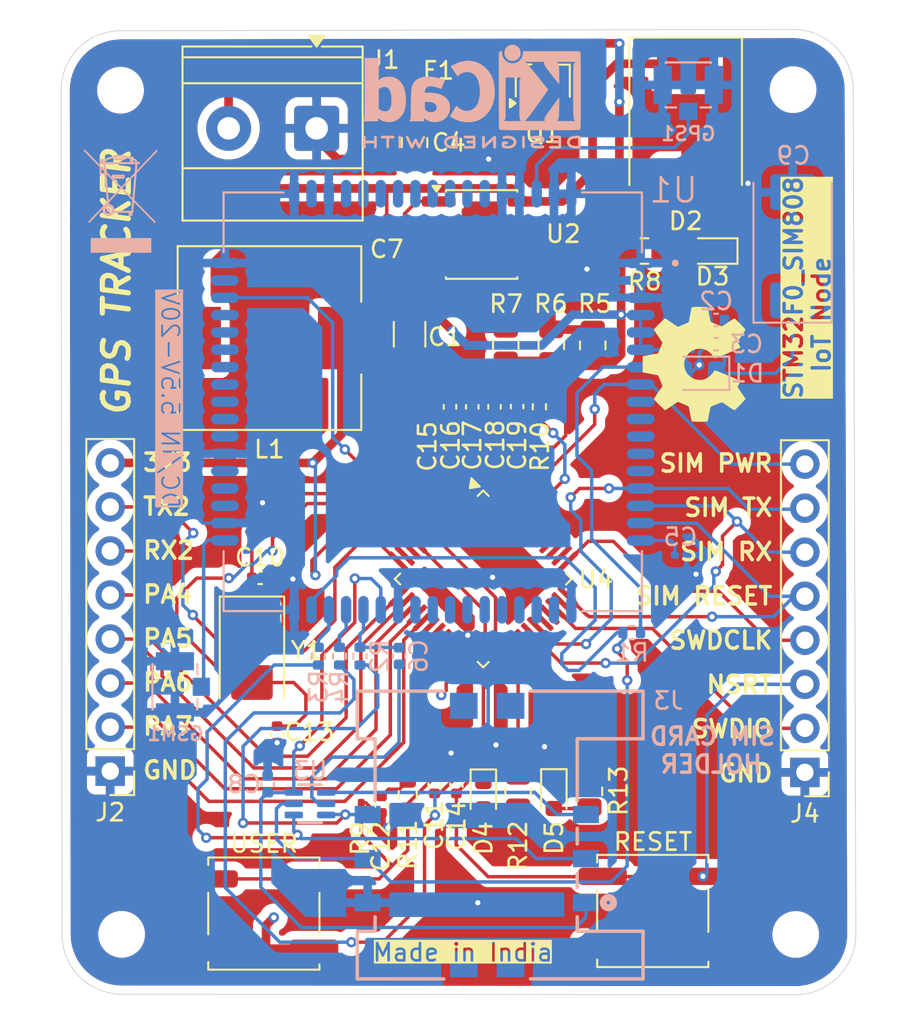
<source format=kicad_pcb>
(kicad_pcb (version 20241229) (generator "pcbnew") (generator_version "9.0")
  (layers (0 "F.Cu" signal) (4 "In1.Cu" signal) (6 "In2.Cu" signal) (2 "B.Cu" signal) (13 "F.Paste" user) (15 "B.Paste" user) (5 "F.SilkS" user "F.Silkscreen") (7 "B.SilkS" user "B.Silkscreen") (1 "F.Mask" user) (3 "B.Mask" user) (25 "Edge.Cuts" user))
  (net 0 "")
  (net 1 "GND")
  (net 2 "GSM_ANT")
  (net 3 "GPS_ANT")
  (net 4 "+3.3V")
  (net 5 "Net-(U2-BOOT)")
  (net 6 "Net-(C6-Pad2)")
  (net 7 "Net-(Q1-D)")
  (net 8 "NSRT")
  (net 9 "Net-(U4-PF0)")
  (net 10 "Net-(U4-PF1)")
  (net 11 "Net-(U1-VRTC)")
  (net 12 "SIM_VDD")
  (net 13 "Net-(D2-K)")
  (net 14 "Net-(U4-PB11)")
  (net 15 "Net-(C11-Pad1)")
  (net 16 "SIM_DATA")
  (net 17 "Net-(D3-A)")
  (net 18 "Net-(D4-A)")
  (net 19 "Net-(D5-A)")
  (net 20 "+12V")
  (net 22 "Net-(J3-I{slash}O)")
  (net 24 "Net-(J3-RET)")
  (net 27 "SIM_DET")
  (net 28 "Net-(J3-CLK)")
  (net 29 "PA6{slash}SPI1_MISO")
  (net 30 "PA5{slash}SPI1_CLK")
  (net 31 "PA4")
  (net 32 "USART2_RX")
  (net 33 "PA7{slash}SPI1_MOSI")
  (net 34 "USART2_TX")
  (net 35 "SIM_CLK")
  (net 36 "SIM_RX")
  (net 37 "SIM_TX")
  (net 38 "SWDIO")
  (net 39 "SIM_RESET")
  (net 40 "SIM_PWRKEY")
  (net 41 "Net-(Q1-S)")
  (net 42 "FEEDBACK")
  (net 43 "Net-(R6-Pad1)")
  (net 44 "Net-(U4-BOOT0)")
  (net 45 "Net-(U1-VDD_EXT)")
  (net 46 "LED1")
  (net 47 "LED2")
  (net 48 "SIM_RST")
  (net 65 "STATUS")
  (net 94 "SWDCLK")
  (footprint "Capacitor_SMD:C_0402_1005Metric" (layer "F.Cu") (at 78.740812 56.821217 90)
    (property "Reference" "C18")
    (property "Value" "100n")
  )
  (footprint "Capacitor_SMD:C_0402_1005Metric" (layer "F.Cu") (at 77.456244 56.821217 90)
    (property "Reference" "C17")
    (property "Value" "100n")
  )
  (footprint "Capacitor_SMD:C_0402_1005Metric" (layer "F.Cu") (at 66.189673 75.714968 -90)
    (property "Reference" "C13")
    (property "Value" "30p")
  )
  (footprint "Resistor_SMD:R_0805_2012Metric" (layer "F.Cu") (at 84.221766 78.999438 90)
    (property "Reference" "R13")
    (property "Value" "1k5")
  )
  (footprint "Resistor_SMD:R_0201_0603Metric" (layer "F.Cu") (at 71.049107 79.983757 -90)
    (property "Reference" "R9")
    (property "Value" "100k")
  )
  (footprint "Button_Switch_SMD:SW_Push_1P1T_NO_CK_KSC6xxJ" (layer "F.Cu") (at 65.425 86.05)
    (property "Reference" "USER")
    (property "Value" "SW_Push")
  )
  (footprint "Connector_PinHeader_2.54mm:PinHeader_1x08_P2.54mm_Vertical" (layer "F.Cu") (at 96.656505 77.90359 180)
    (property "Reference" "J4")
    (property "Value" "Right header pins")
  )
  (footprint "Capacitor_SMD:C_1206_3216Metric" (layer "F.Cu") (at 73.836204 52.632017 -90)
    (property "Reference" "C1")
    (property "Value" "100u")
  )
  (footprint "Capacitor_SMD:C_0402_1005Metric" (layer "F.Cu") (at 80.047153 56.799444 90)
    (property "Reference" "C19")
    (property "Value" "100n")
  )
  (footprint "Capacitor_SMD:C_0402_1005Metric" (layer "F.Cu") (at 76.171675 56.821217 90)
    (property "Reference" "C16")
    (property "Value" "100n")
  )
  (footprint "Resistor_SMD:R_0805_2012Metric" (layer "F.Cu") (at 87.395768 47.830082 180)
    (property "Reference" "R8")
    (property "Value" "1k5")
  )
  (footprint "Custom:SOIC-8-1EP_3.9x4.9mm_P1.27mm_EP2.29x3mm" (layer "F.Cu") (at 77.995032 46.875104)
    (property "Reference" "U2")
    (property "Value" "TPS5430DDA")
  )
  (footprint "Crystal:Crystal_SMD_5032-2Pin_5.0x3.2mm" (layer "F.Cu") (at 64.73838 70.871478 -90)
    (property "Reference" "Y1")
    (property "Value" "8MHz")
  )
  (footprint "Package_TO_SOT_SMD:TSOT-23" (layer "F.Cu") (at 81.507146 38.026031 90)
    (property "Reference" "Q1")
    (property "Value" "AO3407A")
  )
  (footprint "Resistor_SMD:R_0603_1608Metric" (layer "F.Cu") (at 73.730948 79.216542 90)
    (property "Reference" "R11")
    (property "Value" "1k")
  )
  (footprint "Fuse:Fuse_0402_1005Metric" (layer "F.Cu") (at 74.148683 37.419789 -90)
    (property "Reference" "F1")
    (property "Value" "Fuse 2.5A")
  )
  (footprint "LED_SMD:LED_0603_1608Metric" (layer "F.Cu") (at 82.165633 79.203435 -90)
    (property "Reference" "D5")
    (property "Value" "LED")
  )
  (footprint "Inductor_SMD:L_10.4x10.4_H4.8" (layer "F.Cu") (at 65.749646 52.851031)
    (property "Reference" "L1")
    (property "Value" "15uH")
  )
  (footprint "TerminalBlock_Phoenix:TerminalBlock_Phoenix_MKDS-1,5-2-5.08_1x02_P5.08mm_Horizontal" (layer "F.Cu") (at 68.469646 40.753531 180)
    (property "Reference" "J1")
    (property "Value" "Screw_Terminal_01x02")
  )
  (footprint "Resistor_SMD:R_0402_1005Metric" (layer "F.Cu") (at 81.330448 56.817282 -90)
    (property "Reference" "R10")
    (property "Value" "10k")
  )
  (footprint "Resistor_SMD:R_0805_2012Metric" (layer "F.Cu") (at 84.410042 53.272003 90)
    (property "Reference" "R5")
    (property "Value" "8k2")
  )
  (footprint "Package_QFP:LQFP-48_7x7mm_P0.5mm" (layer "F.Cu") (at 78.086209 66.747051 -45)
    (property "Reference" "U4")
    (property "Value" "STM32F030C8Tx")
  )
  (footprint "Resistor_SMD:R_0805_2012Metric" (layer "F.Cu") (at 79.390546 53.228407 -90)
    (property "Reference" "R7")
    (property "Value" "2k7")
  )
  (footprint "Capacitor_SMD:C_0402_1005Metric" (layer "F.Cu") (at 76.53881 78.637876 -90)
    (property "Reference" "C14")
    (property "Value" "100n")
  )
  (footprint "Capacitor_SMD:C_0201_0603Metric" (layer "F.Cu") (at 74.996835 56.646991 90)
    (property "Reference" "C15")
    (property "Value" "4u7")
  )
  (footprint "Capacitor_SMD:C_0402_1005Metric" (layer "F.Cu") (at 72.213242 79.767006 -90)
    (property "Reference" "C12")
    (property "Value" "100n")
  )
  (footprint "Capacitor_SMD:C_0805_2012Metric" (layer "F.Cu") (at 74.124646 41.576031 -90)
    (property "Reference" "C4")
    (property "Value" "10u")
  )
  (footprint "LED_SMD:LED_0603_1608Metric" (layer "F.Cu") (at 91.282053 47.830082 180)
    (property "Reference" "D3")
    (property "Value" "LED")
  )
  (footprint "Resistor_SMD:R_0805_2012Metric" (layer "F.Cu") (at 82.019994 53.260104 90)
    (property "Reference" "R6")
    (property "Value" "1k5")
  )
  (footprint "Button_Switch_SMD:SW_Push_1P1T_NO_CK_KSC6xxJ" (layer "F.Cu") (at 87.875601 85.901187)
    (property "Reference" "RESET")
    (property "Value" "SW_Push")
  )
  (footprint "Resistor_SMD:R_0805_2012Metric" (layer "F.Cu") (at 80.100543 79.011179 90)
    (property "Reference" "R12")
    (property "Value" "1k5")
  )
  (footprint "Capacitor_SMD:C_0402_1005Metric" (layer "F.Cu") (at 75.277766 78.639795 -90)
    (property "Reference" "C11")
    (property "Value" "10p")
  )
  (footprint "MountingHole:MountingHole_2.2mm_M2" (layer "F.Cu") (at 57.151853 38.555947)
    (property "Reference" "H1" (hide yes))
    (property "Value" "MountingHole")
  )
  (footprint "Capacitor_SMD:C_0201_0603Metric" (layer "F.Cu") (at 72.521258 46.248959 -90)
    (property "Reference" "C7")
    (property "Value" "10n")
  )
  (footprint "Symbol:OSHW-Symbol_6.7x6mm_SilkScreen" (layer "F.Cu") (at 90.275 54.375 90)
    (property "Reference" "REF**" (hide yes))
    (property "Value" "OSHW-Symbol_6.7x6mm_SilkScreen" (hide yes))
  )
  (footprint "Diode_SMD:D_SMC" (layer "F.Cu") (at 89.774646 40.426031 -90)
    (property "Reference" "D2")
    (property "Value" "B340")
  )
  (footprint "MountingHole:MountingHole_2.2mm_M2" (layer "F.Cu") (at 95.977359 38.523319)
    (property "Reference" "H4" (hide yes))
    (property "Value" "MountingHole")
  )
  (footprint "MountingHole:MountingHole_2.2mm_M2" (layer "F.Cu") (at 57.217677 87.246116)
    (property "Reference" "H2" (hide yes))
    (property "Value" "MountingHole")
  )
  (footprint "Connector_PinHeader_2.54mm:PinHeader_1x08_P2.54mm_Vertical" (layer "F.Cu") (at 56.556455 77.833363 180)
    (property "Reference" "J2")
    (property "Value" "Left header pins")
  )
  (footprint "MountingHole:MountingHole_2.2mm_M2" (layer "F.Cu") (at 96.128598 87.25497)
    (property "Reference" "H3" (hide yes))
    (property "Value" "MountingHole")
  )
  (footprint "Capacitor_SMD:C_0402_1005Metric" (layer "F.Cu") (at 65.212112 66.681125)
    (property "Reference" "C10")
    (property "Value" "30p")
  )
  (footprint "LED_SMD:LED_0603_1608Metric" (layer "F.Cu") (at 78.095243 79.220794 -90)
    (property "Reference" "D4")
    (property "Value" "LED")
  )
  (footprint "Symbol:WEEE-Logo_4.2x6mm_SilkScreen" (layer "B.Cu") (at 57.161299 44.938789 180)
    (property "Reference" "REF**" (hide yes))
    (property "Value" "WEEE-Logo_4.2x6mm_SilkScreen" (hide yes))
  )
  (footprint "Symbol:KiCad-Logo2_5mm_SilkScreen" (layer "B.Cu") (at 77.437055 38.914196 180)
    (property "Reference" "REF**" (hide yes))
    (property "Value" "KiCad-Logo2_5mm_SilkScreen" (hide yes))
  )
  (footprint "Resistor_SMD:R_0402_1005Metric" (layer "B.Cu") (at 70.973208 71.201753 -90)
    (property "Reference" "R2")
    (property "Value" "10k")
  )
  (footprint "Custom:U.FL-R-SMT-1" (layer "B.Cu") (at 89.925 38.25 180)
    (property "Reference" "GPS1")
    (property "Value" "U.FL-R-SMT-1")
  )
  (footprint "Resistor_SMD:R_0402_1005Metric" (layer "B.Cu") (at 69.789902 71.199999 -90)
    (property "Reference" "R4")
    (property "Value" "10k")
  )
  (footprint "Resistor_SMD:R_0402_1005Metric" (layer "B.Cu") (at 68.570629 71.199999 -90)
    (property "Reference" "R3")
    (property "Value" "10k")
  )
  (footprint "Capacitor_Tantalum_SMD:CP_EIA-7343-15_Kemet-W" (layer "B.Cu") (at 95.95 47.55 90)
    (property "Reference" "C9")
    (property "Value" "220u")
  )
  (footprint "Capacitor_SMD:C_0402_1005Metric" (layer "B.Cu") (at 91.53708 51.80856 180)
    (property "Reference" "C2")
    (property "Value" "33p")
  )
  (footprint "Custom:U.FL-R-SMT-1" (layer "B.Cu") (at 60.291219 72.967155 -90)
    (property "Reference" "GSM1")
    (property "Value" "U.FL-R-SMT-1")
  )
  (footprint "Capacitor_SMD:C_0402_1005Metric" (layer "B.Cu") (at 91.539267 53.201232 180)
    (property "Reference" "C3")
    (property "Value" "10p")
  )
  (footprint "Capacitor_SMD:C_0402_1005Metric" (layer "B.Cu") (at 65.644534 78.593119 -90)
    (property "Reference" "C8")
    (property "Value" "1u")
  )
  (footprint "Capacitor_SMD:C_0201_0603Metric" (layer "B.Cu") (at 89.475 65.375 180)
    (property "Reference" "C5")
    (property "Value" "4u7")
  )
  (footprint "Custom:XCVR_SIM808" (layer "B.Cu") (at 75.174646 56.526031 180)
    (property "Reference" "U1")
    (property "Value" "SIM808")
  )
  (footprint "Custom:693010020611" (layer "B.Cu") (at 79.065927 81.518247 90)
    (property "Reference" "J3")
    (property "Value" "693010020611")
    (property "VALUE" "693010020611" (hide yes))
  )
  (footprint "Capacitor_SMD:C_0402_1005Metric" (layer "B.Cu") (at 73.229426 71.193642 -90)
    (property "Reference" "C6")
    (property "Value" "22p")
  )
  (footprint "Diode_SMD:D_0805_2012Metric" (layer "B.Cu") (at 90.610322 54.883875 180)
    (property "Reference" "D1")
    (property "Value" "D_Zener")
  )
  (footprint "Resistor_SMD:R_0402_1005Metric" (layer "B.Cu") (at 86.659299 69.842856 180)
    (property "Reference" "R1")
    (property "Value" "4k7")
  )
  (footprint "Custom:SOT65P210X110-6N" (layer "B.Cu") (at 68.086985 79.712201 180)
    (property "Reference" "U3")
    (property "Value" "SMF05CT1G")
  )
  (gr_arc (start 99.6 87.232449) (mid 98.574874 89.707323) (end 96.1 90.732449) (stroke (width 0.05)) (layer "Edge.Cuts"))
  (gr_arc (start 57.200705 90.699914) (mid 54.776907 89.680913) (end 53.775 87.25) (stroke (width 0.05)) (layer "Edge.Cuts"))
  (gr_line (start 99.45 38.5) (end 99.6 87.2324) (stroke (width 0.05)) (layer "Edge.Cuts"))
  (gr_arc (start 53.725 38.55) (mid 54.728159 36.128159) (end 57.15 35.125) (stroke (width 0.05)) (layer "Edge.Cuts"))
  (gr_line (start 57.15 35.125) (end 96 35.05) (stroke (width 0.05)) (layer "Edge.Cuts"))
  (gr_line (start 96.1 90.73245) (end 57.200705 90.699914) (stroke (width 0.05)) (layer "Edge.Cuts"))
  (gr_line (start 53.775 87.25) (end 53.725 38.55) (stroke (width 0.05)) (layer "Edge.Cuts"))
  (gr_arc (start 96 35.05) (mid 98.439518 36.060482) (end 99.45 38.5) (stroke (width 0.05)) (layer "Edge.Cuts"))
  (gr_text "SWDCLK" (at 88.724942 70.87584 0) (layer "F.SilkS") (effects (font (size 1 1) (thickness 0.2) (bold yes)) (justify left bottom)))
  (gr_text "3V3" (at 58.344823 60.616161 0) (layer "F.SilkS") (effects (font (size 1 1) (thickness 0.2) (bold yes)) (justify left bottom)))
  (gr_text "SWDIO" (at 90.010657 75.982983 0) (layer "F.SilkS") (effects (font (size 1 1) (thickness 0.2) (bold yes)) (justify left bottom)))
  (gr_text "Made in India" (at 71.62435 88.877813 0) (layer "F.SilkS" knockout) (effects (font (size 1 1)) (justify left bottom)))
  (gr_text "TX2" (at 58.344823 63.151875 0) (layer "F.SilkS") (effects (font (size 1 1) (thickness 0.2) (bold yes)) (justify left bottom)))
  (gr_text "SIM RX" (at 89.34399 65.768697 0) (layer "F.SilkS") (effects (font (size 1 1) (thickness 0.2) (bold yes)) (justify left bottom)))
  (gr_text "SIM PWR" (at 88.153514 60.661554 0) (layer "F.SilkS") (effects (font (size 1 1) (thickness 0.2) (bold yes)) (justify left bottom)))
  (gr_text "PA7" (at 58.344823 75.830447 0) (layer "F.SilkS") (effects (font (size 1 1) (thickness 0.2) (bold yes)) (justify left bottom)))
  (gr_text "RX2" (at 58.344823 65.68759 0) (layer "F.SilkS") (effects (font (size 1 1) (thickness 0.2) (bold yes)) (justify left bottom)))
  (gr_text "PA6" (at 58.344823 73.294732 0) (layer "F.SilkS") (effects (font (size 1 1) (thickness 0.2) (bold yes)) (justify left bottom)))
  (gr_text "GND" (at 91.582085 78.536554 0) (layer "F.SilkS") (effects (font (size 1 1) (thickness 0.2) (bold yes)) (justify left bottom)))
  (gr_text "NSRT" (at 90.867799 73.429411 0) (layer "F.SilkS") (effects (font (size 1 1) (thickness 0.2) (bold yes)) (justify left bottom)))
  (gr_text "PA4" (at 58.344823 68.223304 0) (layer "F.SilkS") (effects (font (size 1 1) (thickness 0.2) (bold yes)) (justify left bottom)))
  (gr_text "PA5" (at 58.344823 70.759018 0) (layer "F.SilkS") (effects (font (size 1 1) (thickness 0.2) (bold yes)) (justify left bottom)))
  (gr_text "SIM TX" (at 89.582085 63.215125 0) (layer "F.SilkS") (effects (font (size 1 1) (thickness 0.2) (bold yes)) (justify left bottom)))
  (gr_text "GND" (at 58.344823 78.366161 0) (layer "F.SilkS") (effects (font (size 1 1) (thickness 0.2) (bold yes)) (justify left bottom)))
  (gr_text "SIM RESET" (at 86.772561 68.322268 0) (layer "F.SilkS") (effects (font (size 1 1) (thickness 0.2) (bold yes)) (justify left bottom)))
  (gr_text "STM32F0_SIM808\n  IoT Node" (at 98.199142 56.459483 90) (layer "F.SilkS" knockout) (effects (font (size 1 1) (thickness 0.2) (bold yes)) (justify left bottom)))
  (gr_text "GPS TRACKER" (at 57.8 57.5 90) (layer "F.SilkS") (effects (font (size 1.5 1.5) (thickness 0.3) (bold yes) (italic yes)) (justify left bottom)))
  (gr_text "DC/IN 5.5V-20V" (at 59.423199 62.760578 270) (layer "B.SilkS" knockout) (effects (font (size 1 1) (thickness 0.105)) (justify left bottom mirror)))
  (gr_text "SIM CARD\n HOLDER" (at 95.05 78.025 0) (layer "B.SilkS") (effects (font (size 1 1) (thickness 0.2) (bold yes)) (justify left bottom mirror)))
  (segment (start 79.323969 42.526031) (end 78.4 42.526031) (width 0.2) (layer "F.Cu") (net 1))
  (segment (start 81.330448 56.307282) (end 75.016544 56.307282) (width 0.3) (layer "F.Cu") (net 1))
  (segment (start 75.277766 79.119795) (end 75.576891 79.119795) (width 0.2) (layer "F.Cu") (net 1))
  (segment (start 75.576891 79.119795) (end 76.53881 78.157876) (width 0.2) (layer "F.Cu") (net 1))
  (segment (start 71.313757 79.663757) (end 71.897006 80.247006) (width 0.2) (layer "F.Cu") (net 1))
  (segment (start 76.2375 76.7875) (end 76.53881 77.08881) (width 0.2) (layer "F.Cu") (net 1))
  (segment (start 82.232282 56.307282) (end 81.330448 56.307282) (width 0.2) (layer "F.Cu") (net 1))
  (segment (start 82.165633 76.965633) (end 81.625 76.425) (width 0.2) (layer "F.Cu") (net 1))
  (segment (start 89.774646 43.826031) (end 90.301031 43.826031) (width 0.5) (layer "F.Cu") (net 1))
  (segment (start 80.9 59.15) (end 82.175 59.15) (width 0.2) (layer "F.Cu") (net 1))
  (segment (start 78.625 66.65) (end 78.575 66.6) (width 0.2) (layer "F.Cu") (net 1))
  (segment (start 89.873615 43.925) (end 89.774646 43.826031) (width 0.5) (layer "F.Cu") (net 1))
  (segment (start 90.560335 54.399891) (end 90.575 54.414556) (width 0.2) (layer "F.Cu") (net 1))
  (segment (start 78.095243 77.054757) (end 78.095243 78.433294) (width 0.2) (layer "F.Cu") (net 1))
  (segment (start 68.469646 40.753531) (end 68.469646 41.319646) (width 0.5) (layer "F.Cu") (net 1))
  (segment (start 69.676031 42.526031) (end 74.124646 42.526031) (width 0.5) (layer "F.Cu") (net 1))
  (segment (start 90.575 54.414556) (end 90.575 66.275) (width 0.2) (layer "F.Cu") (net 1))
  (segment (start 71.897006 80.247006) (end 72.213242 80.247006) (width 0.2) (layer "F.Cu") (net 1))
  (segment (start 82.175 59.15) (end 82.85 58.475) (width 0.2) (layer "F.Cu") (net 1))
  (segment (start 79.390546 52.315907) (end 77.734093 52.315907) (width 0.2) (layer "F.Cu") (net 1))
  (segment (start 73.528498 63.25) (end 70.9 63.25) (width 0.2) (layer "F.Cu") (net 1))
  (segment (start 82.85 58.475) (end 82.85 56.925) (width 0.2) (layer "F.Cu") (net 1))
  (segment (start 80.375 61.27628) (end 80.375 59.675) (width 0.2) (layer "F.Cu") (net 1))
  (segment (start 67.1 65.225) (end 67.1 66.75) (width 0.2) (layer "F.Cu") (net 1))
  (segment (start 78.4 42.526031) (end 74.124646 42.526031) (width 0.2) (layer "F.Cu") (net 1))
  (segment (start 80.375 59.675) (end 80.9 59.15) (width 0.2) (layer "F.Cu") (net 1))
  (segment (start 82.710104 47.510104) (end 84.075 48.875) (width 0.5) (layer "F.Cu") (net 1))
  (segment (start 68.469646 41.319646) (end 69.676031 42.526031) (width 0.5) (layer "F.Cu") (net 1))
  (segment (start 67.175 65.15) (end 67.1 65.225) (width 0.2) (layer "F.Cu") (net 1))
  (segment (start 80.557146 41.292854) (end 79.323969 42.526031) (width 0.2) (layer "F.Cu") (net 1))
  (segment (start 83.35 87.918247) (end 80.268247 87.918247) (width 0.5) (layer "F.Cu") (net 1))
  (segment (start 78.575 66.6) (end 78.575 63.07628) (width 0.2) (layer "F.Cu") (net 1))
  (segment (start 82.85 56.925) (end 82.232282 56.307282) (width 0.2) (layer "F.Cu") (net 1))
  (segment (start 77.279275 70.735965) (end 76.733867 71.281373) (width 0.2) (layer "F.Cu") (net 1))
  (segment (start 72.213242 80.247006) (end 72.213242 80.737981) (width 0.2) (layer "F.Cu") (net 1))
  (segment (start 82.165633 78.415935) (end 82.165633 76.965633) (width 0.2) (layer "F.Cu") (net 1))
  (segment (start 67.031125 66.681125) (end 67.1 66.75) (width 0.2) (layer "F.Cu") (net 1))
  (segment (start 73.836204 54.811204) (end 73.836204 54.107017) (width 0.3) (layer "F.Cu") (net 1))
  (segment (start 74.996835 55.971835) (end 73.836204 54.811204) (width 0.3) (layer "F.Cu") (net 1))
  (segment (start 75.016544 56.307282) (end 74.996835 56.326991) (width 0.3) (layer "F.Cu") (net 1))
  (segment (start 78.575 63.07628) (end 79.438551 62.212729) (width 0.2) (layer "F.Cu") (net 1))
  (segment (start 65.692112 66.681125) (end 67.031125 66.681125) (width 0.2) (layer "F.Cu") (net 1))
  (segment (start 71.049107 79.663757) (end 71.313757 79.663757) (width 0.2) (layer "F.Cu") (net 1))
  (segment (start 78.825 76.325) (end 78.095243 77.054757) (width 0.2) (layer "F.Cu") (net 1))
  (segment (start 80.268247 87.918247) (end 77.775 85.425) (width 0.5) (layer "F.Cu") (net 1))
  (segment (start 77.198378 69.995796) (end 77.279275 70.076693) (width 0.2) (layer "F.Cu") (net 1))
  (segment (start 77.279275 70.076693) (end 77.279275 70.735965) (width 0.2) (layer "F.Cu") (net 1))
  (segment (start 92.069553 45.594553) (end 92.069553 47.830082) (width 0.5) (layer "F.Cu") (net 1))
  (segment (start 80.470032 47.510104) (end 82.710104 47.510104) (width 0.5) (layer "F.Cu") (net 1))
  (segment (start 90.73329 87.943498) (end 83.341952 87.943498) (width 0.5) (layer "F.Cu") (net 1))
  (segment (start 90.301031 43.826031) (end 92.069553 45.594553) (width 0.5) (layer "F.Cu") (net 1))
  (segment (start 77.734093 52.315907) (end 75.942983 54.107017) (width 0.2) (layer "F.Cu") (net 1))
  (segment (start 90.575 66.275) (end 90.375 66.475) (width 0.2) (layer "F.Cu") (net 1))
  (segment (start 74.612547 64.334049) (end 73.528498 63.25) (width 0.2) (layer "F.Cu") (net 1))
  (segment (start 70.9 63.25) (end 69.075 63.25) (width 0.2) (layer "F.Cu") (net 1))
  (segment (start 69.075 63.25) (end 67.175 65.15) (width 0.2) (layer "F.Cu") (net 1))
  (segment (start 76.53881 77.08881) (end 76.53881 78.157876) (width 0.2) (layer "F.Cu") (net 1))
  (segment (start 75.942983 54.107017) (end 73.836204 54.107017) (width 0.2) (layer "F.Cu") (net 1))
  (segment (start 90.775601 87.901187) (end 90.73329 87.943498) (width 0.5) (layer "F.Cu") (net 1))
  (segment (start 72.213242 80.737981) (end 72.585486 81.110225) (width 0.2) (layer "F.Cu") (net 1))
  (segment (start 80.557146 39.336031) (end 80.557146 41.292854) (width 0.2) (layer "F.Cu") (net 1))
  (segment (start 74.996835 56.326991) (end 74.996835 55.971835) (width 0.3) (layer "F.Cu") (net 1))
  (segment (start 93.375 43.925) (end 89.873615 43.925) (width 0.5) (layer "F.Cu") (net 1))
  (segment (start 79.438551 62.212729) (end 80.375 61.27628) (width 0.2) (layer "F.Cu") (net 1))
  (via (at 76.2375 76.7875) (size 0.6) (drill 0.3) (layers "F.Cu" "B.Cu") (net 1))
  (via (at 78.4 42.526031) (size 0.6) (drill 0.3) (layers "F.Cu" "B.Cu") (net 1))
  (via (at 84.075 48.875) (size 0.6) (drill 0.3) (layers "F.Cu" "B.Cu") (net 1))
  (via (at 72.585486 81.110225) (size 0.6) (drill 0.3) (layers "F.Cu" "B.Cu") (net 1))
  (via (at 81.625 76.425) (size 0.6) (drill 0.3) (layers "F.Cu" "B.Cu") (net 1))
  (via (at 93.375 43.925) (size 0.6) (drill 0.3) (layers "F.Cu" "B.Cu") (net 1))
  (via (at 65.35 62.35) (size 0.6) (drill 0.3) (layers "F.Cu" "B.Cu") (net 1))
  (via (at 66.189673 76.194968) (size 0.6) (drill 0.3) (layers "F.Cu" "B.Cu") (net 1))
  (via (at 67.1 66.75) (size 0.6) (drill 0.3) (layers "F.Cu" "B.Cu") (net 1))
  (via (at 77.198378 69.995796) (size 0.6) (drill 0.3) (layers "F.Cu" "B.Cu") (net 1))
  (via (at 90.375 66.475) (size 0.6) (drill 0.3) (layers "F.Cu" "B.Cu") (net 1))
  (via (at 78.625 66.65) (size 0.6) (drill 0.3) (layers "F.Cu" "B.Cu") (net 1))
  (via (at 90.560335 54.399891) (size 0.6) (drill 0.3) (layers "F.Cu" "B.Cu") (net 1))
  (via (at 78.825 76.325) (size 0.6) (drill 0.3) (layers "F.Cu" "B.Cu") (net 1))
  (via (at 77.775 85.425) (size 0.6) (drill 0.3) (layers "F.Cu" "B.Cu") (net 1))
  (segment (start 65.644534 78.113119) (end 65.644534 76.740107) (width 0.2) (layer "B.Cu") (net 1))
  (segment (start 77.768247 85.418247) (end 77.775 85.425) (width 0.2) (layer "B.Cu") (net 1))
  (segment (start 78.525 66.75) (end 78.625 66.65) (width 0.2) (layer "B.Cu") (net 1))
  (segment (start 89.795 65.895) (end 90.375 66.475) (width 0.2) (layer "B.Cu") (net 1))
  (segment (start 61.625 61.45) (end 61.625 59.9) (width 0.2) (layer "B.Cu") (net 1))
  (segment (start 60.5 61.45) (end 61.625 61.45) (width 0.2) (layer "B.Cu") (net 1))
  (segment (start 90.560335 54.399891) (end 90.076351 54.883875) (width 0.2) (layer "B.Cu") (net 1))
  (segment (start 93.375 43.925) (end 93.375 43.525) (width 0.2) (layer "B.Cu") (net 1))
  (segment (start 91.05708 53.199045) (end 91.05708 51.80856) (width 0.2) (layer "B.Cu") (net 1))
  (segment (start 90.5 50.525) (end 90.498969 50.526031) (width 0.2) (layer "B.Cu") (net 1))
  (segment (start 61.998969 59.526031) (end 63.174646 59.526031) (width 0.2) (layer "B.Cu") (net 1))
  (segment (start 78.625 66.65) (end 82.5 66.65) (width 0.2) (layer "B.Cu") (net 1))
  (segment (start 90.560335 53.69579) (end 91.05708 53.199045) (width 0.2) (layer "B.Cu") (net 1))
  (segment (start 61.901031 63.526031) (end 61.625 63.25) (width 0.2) (layer "B.Cu") (net 1))
  (segment (start 79.174646 44.526031) (end 79.174646 45.549646) (width 0.2) (layer "B.Cu") (net 1))
  (segment (start 60.291219 71.492155) (end 60.291219 74.442155) (width 0.2) (layer "B.Cu") (net 1))
  (segment (start 87.174646 48.526031) (end 87.174646 50.526031) (width 0.2) (layer "B.Cu") (net 1))
  (segment (start 67.174646 44.526031) (end 67.174646 45.899646) (width 0.2) (layer "B.Cu") (net 1))
  (segment (start 67.174646 45.899646) (end 67.75 46.475) (width 0.2) (layer "B.Cu") (net 1))
  (segment (start 64.598969 44.526031) (end 67.174646 44.526031) (width 0.2) (layer "B.Cu") (net 1))
  (segment (start 90.076351 54.883875) (end 89.672822 54.883875) (width 0.2) (layer "B.Cu") (net 1))
  (segment (start 78.825 76.325) (end 78.375 75.875) (width 0.2) (layer "B.Cu") (net 1))
  (segment (start 64.173969 63.526031) (end 65.35 62.35) (width 0.2) (layer "B.Cu") (net 1))
  (segment (start 87.174646 48.526031) (end 89.898969 48.526031) (width 0.2) (layer "B.Cu") (net 1))
  (segment (start 90.498969 50.526031) (end 87.174646 50.526031) (width 0.2) (layer "B.Cu") (net 1))
  (segment (start 79.9 46.275) (end 82.375 46.275) (width 0.2) (layer "B.Cu") (net 1))
  (segment (start 91.05708 51.08208) (end 90.5 50.525) (width 0.2) (layer "B.Cu") (net 1))
  (segment (start 84.075 48.875) (end 84.075 47.6) (width 0.5) (layer "B.Cu") (net 1))
  (segment (start 83.174646 46.699646) (end 83.174646 44.526031) (width 0.5) (layer "B.Cu") (net 1))
  (segment (start 91.4 38.25) (end 88.45 38.25) (width 0.2) (layer "B.Cu") (net 1))
  (segment (start 67.1 66.75) (end 67.1 68.451385) (width 0.2) (layer "B.Cu") (net 1))
  (segment (start 90.560335 54.399891) (end 90.560335 53.69579) (width 0.2) (layer "B.Cu") (net 1))
  (segment (start 79.174646 44.526031) (end 80.174646 44.526031) (width 0.2) (layer "B.Cu") (net 1))
  (segment (start 78.375 75.875) (end 78.375 71.172418) (width 0.2) (layer "B.Cu") (net 1))
  (segment (start 83.174646 45.475354) (end 83.174646 44.526031) (width 0.2) (layer "B.Cu") (net 1))
  (segment (start 73.825 66.75) (end 78.525 66.75) (width 0.2) (layer "B.Cu") (net 1))
  (segment (start 63.174646 45.950354) (end 64.598969 44.526031) (width 0.2) (layer "B.Cu") (net 1))
  (segment (start 95.95 44.43) (end 93.88 44.43) (width 0.2) (layer "B.Cu") (net 1))
  (segment (start 82.5 66.65) (end 83.174646 67.324646) (width 0.2) (layer "B.Cu") (net 1))
  (segment (start 65.644534 76.740107) (end 66.189673 76.194968) (width 0.2) (layer "B.Cu") (net 1))
  (segment (start 63.174646 48.526031) (end 63.174646 45.950354) (width 0.2) (layer "B.Cu") (net 1))
  (segment (start 67.75 46.475) (end 68.6 46.475) (width 0.2) (layer "B.Cu") (net 1))
  (segment (start 61.625 59.9) (end 61.998969 59.526031) (width 0.2) (layer "B.Cu") (net 1))
  (segment (start 71.415927 85.418247) (end 77.768247 85.418247) (width 0.2) (layer "B.Cu") (net 1))
  (segment (start 63.174646 63.526031) (end 61.901031 63.526031) (width 0.2) (layer "B.Cu") (net 1))
  (segment (start 79.174646 45.549646) (end 79.9 46.275) (width 0.2) (layer "B.Cu") (net 1))
  (segment (start 78.925 76.425) (end 78.825 76.325) (width 0.2) (layer "B.Cu") (net 1))
  (segment (start 59.225 70.425936) (end 59.225 62.725) (width 0.2) (layer "B.Cu") (net 1))
  (segment (start 91.05708 51.80856) (end 91.05708 51.08208) (width 0.2) (layer "B.Cu") (net 1))
  (segment (start 79.174646 44.526031) (end 79.174646 43.300677) (width 0.2) (layer "B.Cu") (net 1))
  (segment (start 67.1 68.451385) (end 67.174646 68.526031) (width 0.2) (layer "B.Cu") (net 1))
  (segment (start 73.174646 68.526031) (end 73.174646 67.400354) (width 0.2) (layer "B.Cu") (net 1))
  (segment (start 81.625 76.425) (end 78.925 76.425) (width 0.2) (layer "B.Cu") (net 1))
  (segment (start 59.225 62.725) (end 60.5 61.45) (width 0.2) (layer "B.Cu") (net 1))
  (segment (start 84.075 47.6) (end 83.174646 46.699646) (width 0.5) (layer "B.Cu") (net 1))
  (segment (start 87.174646 48.526031) (end 84.423969 48.526031) (width 0.2) (layer "B.Cu") (net 1))
  (segment (start 78.375 71.172418) (end 77.198378 69.995796) (width 0.2) (layer "B.Cu") (net 1))
  (segment (start 91.4 41.55) (end 91.4 38.25) (width 0.2) (layer "B.Cu") (net 1))
  (segment (start 82.375 46.275) (end 83.174646 45.475354) (width 0.2) (layer "B.Cu") (net 1))
  (segment (start 60.291219 71.492155) (end 59.225 70.425936) (width 0.2) (layer "B.Cu") (net 1))
  (segment (start 69.174646 45.900354) (end 69.174646 44.526031) (width 0.2) (layer "B.Cu") (net 1))
  (segment (start 89.898969 48.526031) (end 93.375 45.05) (width 0.2) (layer "B.Cu") (net 1))
  (segment (start 93.375 45.05) (end 93.375 43.925) (width 0.2) (layer "B.Cu") (net 1))
  (segment (start 84.423969 48.526031) (end 84.075 48.875) (width 0.2) (layer "B.Cu") (net 1))
  (segment (start 73.174646 67.400354) (end 73.825 66.75) (width 0.2) (layer "B.Cu") (net 1))
  (segment (start 83.174646 67.324646) (end 83.174646 68.526031) (width 0.2) (layer "B.Cu") (net 1))
  (segment (start 63.174646 63.526031) (end 64.173969 63.526031) (width 0.2) (layer "B.Cu") (net 1))
  (segment (start 68.6 46.475) (end 69.174646 45.900354) (width 0.2) (layer "B.Cu") (net 1))
  (segment (start 61.625 63.25) (end 61.625 61.45) (width 0.2) (layer "B.Cu") (net 1))
  (segment (start 89.795 65.375) (end 89.795 65.895) (width 0.2) (layer "B.Cu") (net 1))
  (segment (start 79.174646 43.300677) (end 78.4 42.526031) (width 0.2) (layer "B.Cu") (net 1))
  (segment (start 93.88 44.43) (end 93.375 43.925) (width 0.2) (layer "B.Cu") (net 1))
  (segment (start 93.375 43.525) (end 91.4 41.55) (width 0.2) (layer "B.Cu") (net 1))
  (segment (start 62.225 64.5) (end 63.148615 64.5) (width 0.2) (layer "B.Cu") (net 2))
  (segment (start 61.95 64.775) (end 62.225 64.5) (width 0.2) (layer "B.Cu") (net 2))
  (segment (start 61.95 72.833374) (end 61.95 64.775) (width 0.2) (layer "B.Cu") (net 2))
  (segment (start 63.148615 64.5) (end 63.174646 64.526031) (width 0.2) (layer "B.Cu") (net 2))
  (segment (start 61.816219 72.967155) (end 61.95 72.833374) (width 0.2) (layer "B.Cu") (net 2))
  (segment (start 81.174646 42.875354) (end 81.174646 44.526031) (width 0.2) (layer "B.Cu") (net 3))
  (segment (start 82.175 41.875) (end 81.174646 42.875354) (width 0.2) (layer "B.Cu") (net 3))
  (segment (start 89.925 41.075) (end 89.125 41.875) (width 0.2) (layer "B.Cu") (net 3))
  (segment (start 89.125 41.875) (end 82.175 41.875) (width 0.2) (layer "B.Cu") (net 3))
  (segment (start 89.925 39.775) (end 89.925 41.075) (width 0.2) (layer "B.Cu") (net 3))
  (segment (start 78.2 69.825) (end 77.7 70.325) (width 0.2) (layer "F.Cu") (net 4))
  (segment (start 69.975 63.9) (end 68.2 65.675) (width 0.2) (layer "F.Cu") (net 4))
  (segment (start 65.55 88.074868) (end 62.540291 88.074868) (width 0.5) (layer "F.Cu") (net 4))
  (segment (start 70.954444 57.279444) (end 69.899646 56.224646) (width 0.5) (layer "F.Cu") (net 4))
  (segment (start 75.95 73.165925) (end 75.665925 73.45) (width 0.2) (layer "F.Cu") (net 4))
  (segment (start 80.047153 57.279444) (end 70.954444 57.279444) (width 0.5) (layer "F.Cu") (net 4))
  (segment (start 74.258994 64.687602) (end 73.471392 63.9) (width 0.2) (layer "F.Cu") (net 4))
  (segment (start 77.7 71.022348) (end 77.087421 71.634927) (width 0.2) (layer "F.Cu") (net 4))
  (segment (start 78.2 68.628608) (end 78.2 69.825) (width 0.2) (layer "F.Cu") (net 4))
  (segment (start 86.05 53.8) (end 86.05 51.5) (width 0.5) (layer "F.Cu") (net 4))
  (segment (start 65.55 88.074868) (end 65.55 86.725) (width 0.5) (layer "F.Cu") (net 4))
  (segment (start 85.665497 54.184503) (end 86.05 53.8) (width 0.5) (layer "F.Cu") (net 4))
  (segment (start 86.05 51.5) (end 86.05 48.26335) (width 0.5) (layer "F.Cu") (net 4))
  (segment (start 69.9 55.600354) (end 69.899646 55.6) (width 0.5) (layer "F.Cu") (net 4))
  (segment (start 65.55 86.725) (end 66 86.275) (width 0.5) (layer "F.Cu") (net 4))
  (segment (start 74.996835 56.966991) (end 74.996835 59.768589) (width 0.3) (layer "F.Cu") (net 4))
  (segment (start 75.95 72.775) (end 75.95 73.165925) (width 0.2) (layer "F.Cu") (net 4))
  (segment (start 86.05 48.26335) (end 86.483268 47.830082) (width 0.5) (layer "F.Cu") (net 4))
  (segment (start 77.778246 62.55) (end 78.394172 62.55) (width 0.3) (layer "F.Cu") (net 4))
  (segment (start 74.996835 59.768589) (end 77.087421 61.859175) (width 0.3) (layer "F.Cu") (net 4))
  (segment (start 56.556455 60.053363) (end 68.246637 60.053363) (width 0.5) (layer "F.Cu") (net 4))
  (segment (start 69.899646 56.224646) (end 69.899646 55.6) (width 0.5) (layer "F.Cu") (net 4))
  (segment (start 73.471392 63.9) (end 71.575 63.9) (width 0.2) (layer "F.Cu") (net 4))
  (segment (start 77.087421 61.859175) (end 77.778246 62.55) (width 0.3) (layer "F.Cu") (net 4))
  (segment (start 69.9 58.4) (end 69.9 55.600354) (width 0.5) (layer "F.Cu") (net 4))
  (segment (start 68.340291 88.074868) (end 65.55 88.074868) (width 0.5) (layer "F.Cu") (net 4))
  (segment (start 71.59366 51.157017) (end 69.899646 52.851031) (width 0.5) (layer "F.Cu") (net 4))
  (segment (start 77.087421 71.634927) (end 77.087421 71.637579) (width 0.2) (layer "F.Cu") (net 4))
  (segment (start 73.836204 51.157017) (end 71.59366 51.157017) (width 0.5) (layer "F.Cu") (net 4))
  (segment (start 68.2 66.325) (end 68.4 66.525) (width 0.2) (layer "F.Cu") (net 4))
  (segment (start 68.246637 60.053363) (end 69.9 58.4) (width 0.5) (layer "F.Cu") (net 4))
  (segment (start 75.032017 51.157017) (end 76.325 52.45) (width 0.5) (layer "F.Cu") (net 4))
  (segment (start 77.7 70.325) (end 77.7 71.022348) (width 0.2) (layer "F.Cu") (net 4))
  (segment (start 77.087421 71.637579) (end 75.95 72.775) (width 0.2) (layer "F.Cu") (net 4))
  (segment (start 69.899646 55.6) (end 69.899646 52.851031) (width 0.5) (layer "F.Cu") (net 4))
  (segment (start 84.410042 54.184503) (end 85.665497 54.184503) (width 0.5) (layer "F.Cu") (net 4))
  (segment (start 71.575 63.9) (end 69.975 63.9) (width 0.2) (layer "F.Cu") (net 4))
  (segment (start 74.258994 64.687602) (end 78.2 68.628608) (width 0.2) (layer "F.Cu") (net 4))
  (segment (start 78.394172 62.55) (end 79.084997 61.859175) (width 0.3) (layer "F.Cu") (net 4))
  (segment (start 68.2 65.675) (end 68.2 66.325) (width 0.2) (layer "F.Cu") (net 4))
  (segment (start 73.836204 51.157017) (end 75.032017 51.157017) (width 0.5) (layer "F.Cu") (net 4))
  (via (at 68.246637 60.053363) (size 0.6) (drill 0.3) (layers "F.Cu" "B.Cu") (net 4))
  (via (at 76.325 52.45) (size 0.6) (drill 0.3) (layers "F.Cu" "B.Cu") (net 4))
  (via (at 86.05 51.5) (size 0.6) (drill 0.3) (layers "F.Cu" "B.Cu") (net 4))
  (via (at 66 86.275) (size 0.6) (drill 0.3) (layers "F.Cu" "B.Cu") (net 4))
  (via (at 68.4 66.525) (size 0.6) (drill 0.3) (layers "F.Cu" "B.Cu") (net 4))
  (via (at 75.665925 73.45) (size 0.6) (drill 0.3) (layers "F.Cu" "B.Cu") (net 4))
  (segment (start 92.019267 53.201232) (end 92.019267 51.810747) (width 0.2) (layer "B.Cu") (net 4))
  (segment (start 87.174646 51.526031) (end 86.076031 51.526031) (width 0.2) (layer "B.Cu") (net 4))
  (segment (start 91.547822 54.883875) (end 94.966125 54.883875) (width 0.2) (layer "B.Cu") (net 4))
  (segment (start 88.401031 53.526031) (end 88.825 53.95) (width 0.2) (layer "B.Cu") (net 4))
  (segment (start 92.019267 51.810747) (end 92.01708 51.80856) (width 0.2) (layer "B.Cu") (net 4))
  (segment (start 91.225 55.975) (end 91.547822 55.652178) (width 0.2) (layer "B.Cu") (net 4))
  (segment (start 86.076031 51.526031) (end 86.05 51.5) (width 0.2) (layer "B.Cu") (net 4))
  (segment (start 88.825 55.513199) (end 89.286801 55.975) (width 0.2) (layer "B.Cu") (net 4))
  (segment (start 87.174646 53.526031) (end 88.401031 53.526031) (width 0.2) (layer "B.Cu") (net 4))
  (segment (start 68.4 60.206726) (end 68.246637 60.053363) (width 0.2) (layer "B.Cu") (net 4))
  (segment (start 92.019267 53.201232) (end 92.019267 54.41243) (width 0.2) (layer "B.Cu") (net 4))
  (segment (start 76.325 52.45) (end 77.15 53.275) (width 0.5) (layer "B.Cu") (net 4))
  (segment (start 68.4 66.525) (end 68.4 60.206726) (width 0.2) (layer "B.Cu") (net 4))
  (segment (start 92.019267 54.41243) (end 91.547822 54.883875) (width 0.2) (layer "B.Cu") (net 4))
  (segment (start 83.25 51.5) (end 86.05 51.5) (width 0.5) (layer "B.Cu") (net 4))
  (segment (start 95.95 53.9) (end 95.95 50.67) (width 0.2) (layer "B.Cu") (net 4))
  (segment (start 91.547822 55.652178) (end 91.547822 54.883875) (width 0.2) (layer "B.Cu") (net 4))
  (segment (start 89.286801 55.975) (end 91.225 55.975) (width 0.2) (layer "B.Cu") (net 4))
  (segment (start 87.174646 51.526031) (end 87.174646 53.526031) (width 0.2) (layer "B.Cu") (net 4))
  (segment (start 81.475 53.275) (end 83.25 51.5) (width 0.5) (layer "B.Cu") (net 4))
  (segment (start 94.966125 54.883875) (end 95.95 53.9) (width 0.2) (layer "B.Cu") (net 4))
  (segment (start 77.15 53.275) (end 81.475 53.275) (width 0.5) (layer "B.Cu") (net 4))
  (segment (start 88.825 53.95) (end 88.825 55.513199) (width 0.2) (layer "B.Cu") (net 4))
  (segment (start 75.520032 44.970104) (end 74.254896 44.970104) (width 0.2) (layer "F.Cu") (net 5))
  (segment (start 73.231041 46.568959) (end 72.521258 46.568959) (width 0.2) (layer "F.Cu") (net 5))
  (segment (start 74.254896 44.970104) (end 73.55 45.675) (width 0.2) (layer "F.Cu") (net 5))
  (segment (start 73.55 46.25) (end 73.231041 46.568959) (width 0.2) (layer "F.Cu") (net 5))
  (segment (start 73.55 45.675) (end 73.55 46.25) (width 0.2) (layer "F.Cu") (net 5))
  (segment (start 68.575719 79.712201) (end 68.190985 79.327467) (width 0.2) (layer "B.Cu") (net 6))
  (segment (start 68.190985 79.327467) (end 68.190985 78.184015) (width 0.2) (layer "B.Cu") (net 6))
  (segment (start 69.021985 79.712201) (end 68.575719 79.712201) (width 0.2) (layer "B.Cu") (net 6))
  (segment (start 68.190985 78.184015) (end 69.35 77.025) (width 0.2) (layer "B.Cu") (net 6))
  (segment (start 72.375 77.025) (end 73.229426 76.170574) (width 0.2) (layer "B.Cu") (net 6))
  (segment (start 69.35 77.025) (end 72.375 77.025) (width 0.2) (layer "B.Cu") (net 6))
  (segment (start 73.229426 76.170574) (end 73.229426 71.673642) (width 0.2) (layer "B.Cu") (net 6))
  (segment (start 76.870211 37.904789) (end 78.058969 36.716031) (width 0.5) (layer "F.Cu") (net 7))
  (segment (start 78.058969 36.716031) (end 81.507146 36.716031) (width 0.5) (layer "F.Cu") (net 7))
  (segment (start 74.148683 37.904789) (end 76.870211 37.904789) (width 0.5) (layer "F.Cu") (net 7))
  (segment (start 74.124646 40.626031) (end 74.124646 37.928826) (width 0.5) (layer "F.Cu") (net 7))
  (segment (start 74.124646 37.928826) (end 74.148683 37.904789) (width 0.5) (layer "F.Cu") (net 7))
  (segment (start 78.375 83.925) (end 76.525 82.075) (width 0.2) (layer "F.Cu") (net 8))
  (segment (start 78.1 75.45) (end 77.14981 76.40019) (width 0.2) (layer "F.Cu") (net 8))
  (segment (start 78.8 70.376) (end 78.1 71.076) (width 0.2) (layer "F.Cu") (net 8))
  (segment (start 74.9661 63.980496) (end 78.8 67.814396) (width 0.2) (layer "F.Cu") (net 8))
  (segment (start 90.775601 83.901187) (end 90.758541 83.918247) (width 0.2) (layer "F.Cu") (net 8))
  (segment (start 83.343247 83.925) (end 78.375 83.925) (width 0.2) (layer "F.Cu") (net 8))
  (segment (start 76.53881 81.66119) (end 76.53881 79.117876) (width 0.2) (layer "F.Cu") (net 8))
  (segment (start 90.758541 83.918247) (end 83.35 83.918247) (width 0.2) (layer "F.Cu") (net 8))
  (segment (start 76.525 82.075) (end 76.525 81.675) (width 0.2) (layer "F.Cu") (net 8))
  (segment (start 83.35 83.918247) (end 83.343247 83.925) (width 0.2) (layer "F.Cu") (net 8))
  (segment (start 78.1 71.076) (end 78.1 75.45) (width 0.2) (layer "F.Cu") (net 8))
  (segment (start 78.8 67.814396) (end 78.8 70.376) (width 0.2) (layer "F.Cu") (net 8))
  (segment (start 77.14981 76.40019) (end 77.14981 78.506876) (width 0.2) (layer "F.Cu") (net 8))
  (segment (start 76.525 81.675) (end 76.53881 81.66119) (width 0.2) (layer "F.Cu") (net 8))
  (segment (start 77.14981 78.506876) (end 76.53881 79.117876) (width 0.2) (layer "F.Cu") (net 8))
  (via (at 90.775601 83.901187) (size 0.6) (drill 0.3) (layers "F.Cu" "B.Cu") (net 8))
  (segment (start 90.758541 83.918247) (end 91 83.676788) (width 0.2) (layer "B.Cu") (net 8))
  (segment (start 92.77641 72.82359) (end 96.656505 72.82359) (width 0.2) (layer "B.Cu") (net 8))
  (segment (start 91 83.676788) (end 91 74.6) (width 0.2) (layer "B.Cu") (net 8))
  (segment (start 91 74.6) (end 92.77641 72.82359) (width 0.2) (layer "B.Cu") (net 8))
  (segment (start 90.775601 83.901187) (end 90.758541 83.918247) (width 0.2) (layer "B.Cu") (net 8))
  (segment (start 66.95 61.825) (end 64.732112 64.042888) (width 0.2) (layer "F.Cu") (net 9))
  (segment (start 75.673207 63.273389) (end 74.224818 61.825) (width 0.2) (layer "F.Cu") (net 9))
  (segment (start 74.224818 61.825) (end 66.95 61.825) (width 0.2) (layer "F.Cu") (net 9))
  (segment (start 64.73838 66.824156) (end 64.73838 69.021478) (width 0.2) (layer "F.Cu") (net 9))
  (segment (start 64.732112 64.042888) (end 64.732112 66.681125) (width 0.2) (layer "F.Cu") (net 9))
  (segment (start 64.732112 66.681125) (end 64.732112 66.817888) (width 0.2) (layer "F.Cu") (net 9))
  (segment (start 64.732112 66.817888) (end 64.73838 66.824156) (width 0.2) (layer "F.Cu") (net 9))
  (segment (start 61.55 66.7) (end 63.4 66.7) (width 0.2) (layer "F.Cu") (net 10))
  (segment (start 64.73838 72.721478) (end 63.583978 72.721478) (width 0.2) (layer "F.Cu") (net 10))
  (segment (start 67.925 62.4) (end 65.925 64.4) (width 0.2) (layer "F.Cu") (net 10))
  (segment (start 66.189673 75.234968) (end 67.190032 75.234968) (width 0.2) (layer "F.Cu") (net 10))
  (segment (start 63.583978 72.721478) (end 60.4 69.5375) (width 0.2) (layer "F.Cu") (net 10))
  (segment (start 60.4 69.5375) (end 60.4 67.85) (width 0.2) (layer "F.Cu") (net 10))
  (segment (start 67.85 74.575) (end 67.85 73.425) (width 0.2) (layer "F.Cu") (net 10))
  (segment (start 75.319654 63.626942) (end 74.092712 62.4) (width 0.2) (layer "F.Cu") (net 10))
  (segment (start 65.925 64.4) (end 65.925 65.125) (width 0.2) (layer "F.Cu") (net 10))
  (segment (start 60.4 67.85) (end 61.55 66.7) (width 0.2) (layer "F.Cu") (net 10))
  (segment (start 67.85 73.425) (end 67.146478 72.721478) (width 0.2) (layer "F.Cu") (net 10))
  (segment (start 74.092712 62.4) (end 67.925 62.4) (width 0.2) (layer "F.Cu") (net 10))
  (segment (start 67.146478 72.721478) (end 64.73838 72.721478) (width 0.2) (layer "F.Cu") (net 10))
  (segment (start 67.190032 75.234968) (end 67.85 74.575) (width 0.2) (layer "F.Cu") (net 10))
  (via (at 65.925 65.125) (size 0.6) (drill 0.3) (layers "F.Cu" "B.Cu") (net 10))
  (via (at 63.4 66.7) (size 0.6) (drill 0.3) (layers "F.Cu" "B.Cu") (net 10))
  (segment (start 63.65 66.7) (end 63.4 66.7) (width 0.2) (layer "B.Cu") (net 10))
  (segment (start 64.45 65.9) (end 63.65 66.7) (width 0.2) (layer "B.Cu") (net 10))
  (segment (start 64.825 65.9) (end 64.45 65.9) (width 0.2) (layer "B.Cu") (net 10))
  (segment (start 65.6 65.125) (end 64.825 65.9) (width 0.2) (layer "B.Cu") (net 10))
  (segment (start 65.925 65.125) (end 65.6 65.125) (width 0.2) (layer "B.Cu") (net 10))
  (segment (start 88.926031 64.526031) (end 89.155 64.755) (width 0.2) (layer "B.Cu") (net 11))
  (segment (start 87.174646 64.526031) (end 88.926031 64.526031) (width 0.2) (layer "B.Cu") (net 11))
  (segment (start 89.155 64.755) (end 89.155 65.375) (width 0.2) (layer "B.Cu") (net 11))
  (segment (start 70.675 69.25) (end 70.675 66.725) (width 0.2) (layer "F.Cu") (net 12))
  (segment (start 68.775 71.15) (end 70.675 69.25) (width 0.2) (layer "F.Cu") (net 12))
  (segment (start 67.5 76.375) (end 68.775 75.1) (width 0.2) (layer "F.Cu") (net 12))
  (segment (start 68.775 75.1) (end 68.775 71.15) (width 0.2) (layer "F.Cu") (net 12))
  (via (at 67.5 76.375) (size 0.6) (drill 0.3) (layers "F.Cu" "B.Cu") (net 12))
  (via (at 70.675 66.725) (size 0.6) (drill 0.3) (layers "F.Cu" "B.Cu") (net 12))
  (segment (start 67.5 76.375) (end 67.151985 76.723015) (width 0.2) (layer "B.Cu") (net 12))
  (segment (start 65.25 84.525) (end 65.25 79.467653) (width 0.2) (layer "B.Cu") (net 12))
  (segment (start 65.25 79.467653) (end 65.644534 79.073119) (width 0.2) (layer "B.Cu") (net 12))
  (segment (start 83.425 86.85) (end 67.575 86.85) (width 0.2) (layer "B.Cu") (net 12))
  (segment (start 84.015927 86.259073) (end 83.425 86.85) (width 0.2) (layer "B.Cu") (net 12))
  (segment (start 67.575 86.85) (end 65.25 84.525) (width 0.2) (layer "B.Cu") (net 12))
  (segment (start 71.625 66.725) (end 72.174646 67.274646) (width 0.2) (layer "B.Cu") (net 12))
  (segment (start 72.174646 67.274646) (end 72.174646 68.526031) (width 0.2) (layer "B.Cu") (net 12))
  (segment (start 67.141067 79.073119) (end 67.151985 79.062201) (width 0.2) (layer "B.Cu") (net 12))
  (segment (start 67.151985 76.723015) (end 67.151985 79.062201) (width 0.2) (layer "B.Cu") (net 12))
  (segment (start 70.675 66.725) (end 71.625 66.725) (width 0.2) (layer "B.Cu") (net 12))
  (segment (start 65.644534 79.073119) (end 67.141067 79.073119) (width 0.2) (layer "B.Cu") (net 12))
  (segment (start 84.015927 85.418247) (end 84.015927 86.259073) (width 0.2) (layer "B.Cu") (net 12))
  (segment (start 72.525 44.219104) (end 79.719032 44.219104) (width 0.5) (layer "F.Cu") (net 13))
  (segment (start 65.405896 44.219104) (end 72.525 44.219104) (width 0.5) (layer "F.Cu") (net 13))
  (segment (start 72.521258 45.928959) (end 72.521258 44.222846) (width 0.2) (layer "F.Cu") (net 13))
  (segment (start 85.798969 37.026031) (end 84.4 38.425) (width 0.5) (layer "F.Cu") (net 13))
  (segment (start 82.654896 44.970104) (end 80.470032 44.970104) (width 0.5) (layer "F.Cu") (net 13))
  (segment (start 61.599646 52.851031) (end 61.599646 48.025354) (width 0.5) (layer "F.Cu") (net 13))
  (segment (start 79.719032 44.219104) (end 80.470032 44.970104) (width 0.5) (layer "F.Cu") (net 13))
  (segment (start 84.4 38.425) (end 84.4 43.225) (width 0.5) (layer "F.Cu") (net 13))
  (segment (start 72.521258 44.222846) (end 72.525 44.219104) (width 0.2) (layer "F.Cu") (net 13))
  (segment (start 61.599646 48.025354) (end 65.405896 44.219104) (width 0.5) (layer "F.Cu") (net 13))
  (segment (start 84.4 43.225) (end 82.654896 44.970104) (width 0.5) (layer "F.Cu") (net 13))
  (segment (start 89.774646 37.026031) (end 85.798969 37.026031) (width 0.5) (layer "F.Cu") (net 13))
  (segment (start 74.3 76.575) (end 73.730948 77.144052) (width 0.2) (layer "F.Cu") (net 14))
  (segment (start 76.380314 70.92782) (end 75.833134 71.475) (width 0.2) (layer "F.Cu") (net 14))
  (segment (start 75.325 71.475) (end 74.3 72.5) (width 0.2) (layer "F.Cu") (net 14))
  (segment (start 72.625248 78.875) (end 72.213242 79.287006) (width 0.2) (layer "F.Cu") (net 14))
  (segment (start 74.3 72.5) (end 74.3 76.575) (width 0.2) (layer "F.Cu") (net 14))
  (segment (start 73.24749 78.875) (end 72.625248 78.875) (width 0.2) (layer "F.Cu") (net 14))
  (segment (start 73.730948 77.144052) (end 73.730948 78.391542) (width 0.2) (layer "F.Cu") (net 14))
  (segment (start 73.730948 78.391542) (end 73.24749 78.875) (width 0.2) (layer "F.Cu") (net 14))
  (segment (start 75.833134 71.475) (end 75.325 71.475) (width 0.2) (layer "F.Cu") (net 14))
  (segment (start 71.049107 80.303757) (end 71.049107 81.499107) (width 0.2) (layer "F.Cu") (net 15))
  (segment (start 71.049107 81.499107) (end 72.8375 83.2875) (width 0.2) (layer "F.Cu") (net 15))
  (segment (start 72.8375 83.2875) (end 72.075 84.05) (width 0.2) (layer "F.Cu") (net 15))
  (segment (start 73.730948 79.706613) (end 73.730948 80.041542) (width 0.2) (layer "F.Cu") (net 15))
  (segment (start 72.075 84.05) (end 68.325 84.05) (width 0.2) (layer "F.Cu") (net 15))
  (segment (start 62.525 84.05) (end 68.325 84.05) (width 0.2) (layer "F.Cu") (net 15))
  (segment (start 73.730948 82.394052) (end 72.8375 83.2875) (width 0.2) (layer "F.Cu") (net 15))
  (segment (start 73.730948 80.041542) (end 73.730948 82.394052) (width 0.2) (layer "F.Cu") (net 15))
  (segment (start 75.277766 78.159795) (end 73.730948 79.706613) (width 0.2) (layer "F.Cu") (net 15))
  (segment (start 70.973208 69.926792) (end 70.973208 70.691753) (width 0.2) (layer "B.Cu") (net 16))
  (segment (start 71.174646 68.526031) (end 71.174646 69.725354) (width 0.2) (layer "B.Cu") (net 16))
  (segment (start 70.973208 70.691753) (end 73.207537 70.691753) (width 0.2) (layer "B.Cu") (net 16))
  (segment (start 71.174646 69.725354) (end 70.973208 69.926792) (width 0.2) (layer "B.Cu") (net 16))
  (segment (start 73.207537 70.691753) (end 73.229426 70.713642) (width 0.2) (layer "B.Cu") (net 16))
  (segment (start 90.494553 47.830082) (end 88.308268 47.830082) (width 0.5) (layer "F.Cu") (net 17))
  (segment (start 78.095243 80.008294) (end 80.015928 80.008294) (width 0.2) (layer "F.Cu") (net 18))
  (segment (start 80.015928 80.008294) (end 80.100543 79.923679) (width 0.2) (layer "F.Cu") (net 18))
  (segment (start 84.142769 79.990935) (end 84.221766 79.911938) (width 0.2) (layer "F.Cu") (net 19))
  (segment (start 82.165633 79.990935) (end 84.142769 79.990935) (width 0.2) (layer "F.Cu") (net 19))
  (segment (start 63.389646 38.310354) (end 64.765211 36.934789) (width 0.5) (layer "F.Cu") (net 20))
  (segment (start 63.389646 40.753531) (end 63.389646 38.310354) (width 0.5) (layer "F.Cu") (net 20))
  (segment (start 64.765211 36.934789) (end 74.148683 36.934789) (width 0.5) (layer "F.Cu") (net 20))
  (segment (start 69.638247 80.825) (end 70.125 80.338247) (width 0.2) (layer "F.Cu") (net 22))
  (segment (start 64.225 80.825) (end 69.638247 80.825) (width 0.2) (layer "F.Cu") (net 22))
  (via (at 70.125 80.338247) (size 0.6) (drill 0.3) (layers "F.Cu" "B.Cu") (net 22))
  (via (at 64.225 80.825) (size 0.6) (drill 0.3) (layers "F.Cu" "B.Cu") (net 22))
  (segment (start 71.415927 80.338247) (end 70.125 80.338247) (width 0.2) (layer "B.Cu") (net 22))
  (segment (start 69.045939 80.338247) (end 69.021985 80.362201) (width 0.2) (layer "B.Cu") (net 22))
  (segment (start 64.225 76.4) (end 64.225 80.825) (width 0.2) (layer "B.Cu") (net 22))
  (segment (start 65.25 75.375) (end 64.225 76.4) (width 0.2) (layer "B.Cu") (net 22))
  (segment (start 70.125 80.338247) (end 69.045939 80.338247) (width 0.2) (layer "B.Cu") (net 22))
  (segment (start 70.775 75.375) (end 65.25 75.375) (width 0.2) (layer "B.Cu") (net 22))
  (segment (start 71.411753 71.711753) (end 72 72.3) (width 0.2) (layer "B.Cu") (net 22))
  (segment (start 70.973208 71.711753) (end 71.411753 71.711753) (width 0.2) (layer "B.Cu") (net 22))
  (segment (start 72 72.3) (end 72 74.15) (width 0.2) (layer "B.Cu") (net 22))
  (segment (start 72 74.15) (end 70.775 75.375) (width 0.2) (layer "B.Cu") (net 22))
  (segment (start 67.2 81.675) (end 67.3625 81.5125) (width 0.2) (layer "F.Cu") (net 24))
  (segment (start 62.1 81.675) (end 67.2 81.675) (width 0.2) (layer "F.Cu") (net 24))
  (via (at 62.1 81.675) (size 0.6) (drill 0.3) (layers "F.Cu" "B.Cu") (net 24))
  (via (at 67.3625 81.5125) (size 0.6) (drill 0.3) (layers "F.Cu" "B.Cu") (net 24))
  (segment (start 84.015927 82.878247) (end 81.146753 82.878247) (width 0.2) (layer "B.Cu") (net 24))
  (segment (start 67.575 81.725) (end 67.3625 81.5125) (width 0.2) (layer "B.Cu") (net 24))
  (segment (start 61.625 78.825) (end 61.625 81.2) (width 0.2) (layer "B.Cu") (net 24))
  (segment (start 79.993506 81.725) (end 67.575 81.725) (width 0.2) (layer "B.Cu") (net 24))
  (segment (start 67.3625 81.5125) (end 67.151985 81.301985) (width 0.2) (layer "B.Cu") (net 24))
  (segment (start 81.146753 82.878247) (end 79.993506 81.725) (width 0.2) (layer "B.Cu") (net 24))
  (segment (start 62.15 75.575) (end 62.15 78.3) (width 0.2) (layer "B.Cu") (net 24))
  (segment (start 68.570629 71.709999) (end 66.015001 71.709999) (width 0.2) (layer "B.Cu") (net 24))
  (segment (start 66.015001 71.709999) (end 62.15 75.575) (width 0.2) (layer "B.Cu") (net 24))
  (segment (start 67.151985 81.301985) (end 67.151985 80.362201) (width 0.2) (layer "B.Cu") (net 24))
  (segment (start 61.625 81.2) (end 62.1 81.675) (width 0.2) (layer "B.Cu") (net 24))
  (segment (start 62.15 78.3) (end 61.625 78.825) (width 0.2) (layer "B.Cu") (net 24))
  (segment (start 85.825 70.775) (end 85.825 70.95) (width 0.2) (layer "F.Cu") (net 27))
  (segment (start 86.4 71.525) (end 86.4 72.6) (width 0.2) (layer "F.Cu") (net 27))
  (segment (start 85.825 70.95) (end 86.4 71.525) (width 0.2) (layer "F.Cu") (net 27))
  (via (at 86.4 72.6) (size 0.6) (drill 0.3) (layers "F.Cu" "B.Cu") (net 27))
  (via (at 85.825 70.775) (size 0.6) (drill 0.3) (layers "F.Cu" "B.Cu") (net 27))
  (segment (start 82.825 65.525) (end 84.55 67.25) (width 0.2) (layer "B.Cu") (net 27))
  (segment (start 86.3 69.993557) (end 86.149299 69.842856) (width 0.2) (layer "B.Cu") (net 27))
  (segment (start 84.55 67.25) (end 84.55 69.125057) (width 0.2) (layer "B.Cu") (net 27))
  (segment (start 86.4 73.625) (end 86.4 72.6) (width 0.2) (layer "B.Cu") (net 27))
  (segment (start 71.415927 82.878247) (end 71.41268 82.875) (width 0.2) (layer "B.Cu") (net 27))
  (segment (start 67.275 82.875) (end 66.15 81.75) (width 0.2) (layer "B.Cu") (net 27))
  (segment (start 66.15 80) (end 66.437799 79.712201) (width 0.2) (layer "B.Cu") (net 27))
  (segment (start 82.625 71.050057) (end 82.625 71.675) (width 0.2) (layer "B.Cu") (net 27))
  (segment (start 86.3 70.125) (end 86.3 69.993557) (width 0.2) (layer "B.Cu") (net 27))
  (segment (start 66.15 81.75) (end 66.15 80) (width 0.2) (layer "B.Cu") (net 27))
  (segment (start 84.55 69.125057) (end 82.625 71.050057) (width 0.2) (layer "B.Cu") (net 27))
  (segment (start 82.975 72.025) (end 83.625 72.025) (width 0.2) (layer "B.Cu") (net 27))
  (segment (start 72.76268 84.225) (end 83.875 84.225) (width 0.2) (layer "B.Cu") (net 27))
  (segment (start 83.625 72.025) (end 85.807144 69.842856) (width 0.2) (layer "B.Cu") (net 27))
  (segment (start 71.41268 82.875) (end 67.275 82.875) (width 0.2) (layer "B.Cu") (net 27))
  (segment (start 68.174646 68.526031) (end 68.174646 68.000354) (width 0.2) (layer "B.Cu") (net 27))
  (segment (start 82.625 71.675) (end 82.975 72.025) (width 0.2) (layer "B.Cu") (net 27))
  (segment (start 85.825 70.6) (end 86.3 70.125) (width 0.2) (layer "B.Cu") (net 27))
  (segment (start 71.415927 82.878247) (end 72.76268 84.225) (width 0.2) (layer "B.Cu") (net 27))
  (segment (start 85.807144 69.842856) (end 86.149299 69.842856) (width 0.2) (layer "B.Cu") (net 27))
  (segment (start 66.437799 79.712201) (end 67.151985 79.712201) (width 0.2) (layer "B.Cu") (net 27))
  (segment (start 70.35 65.525) (end 82.825 65.525) (width 0.2) (layer "B.Cu") (net 27))
  (segment (start 85.825 70.775) (end 85.825 70.6) (width 0.2) (layer "B.Cu") (net 27))
  (segment (start 69.625 66.25) (end 70.35 65.525) (width 0.2) (layer "B.Cu") (net 27))
  (segment (start 86.4 83.3) (end 86.4 73.625) (width 0.2) (layer "B.Cu") (net 27))
  (segment (start 83.875 84.225) (end 85.475 84.225) (width 0.2) (layer "B.Cu") (net 27))
  (segment (start 69.625 66.55) (end 69.625 66.25) (width 0.2) (layer "B.Cu") (net 27))
  (segment (start 85.475 84.225) (end 86.4 83.3) (width 0.2) (layer "B.Cu") (net 27))
  (segment (start 68.174646 68.000354) (end 69.625 66.55) (width 0.2) (layer "B.Cu") (net 27))
  (segment (start 70.475 87.7) (end 72.3 87.7) (width 0.2) (layer "F.Cu") (net 28))
  (segment (start 74.7 80.975) (end 75.3 80.375) (width 0.2) (layer "F.Cu") (net 28))
  (segment (start 74.7 85.3) (end 74.7 80.975) (width 0.2) (layer "F.Cu") (net 28))
  (segment (start 72.3 87.7) (end 74.7 85.3) (width 0.2) (layer "F.Cu") (net 28))
  (via (at 70.475 87.7) (size 0.6) (drill 0.3) (layers "F.Cu" "B.Cu") (net 28))
  (via (at 75.3 80.375) (size 0.6) (drill 0.3) (layers "F.Cu" "B.Cu") (net 28))
  (segment (start 75.225 79.062201) (end 69.021985 79.062201) (width 0.2) (layer "B.Cu") (net 28))
  (segment (start 75.3 80.375) (end 75.3 79.137201) (width 0.2) (layer "B.Cu") (net 28))
  (segment (start 70.475 87.7) (end 66.35 87.7) (width 0.2) (layer "B.Cu") (net 28))
  (segment (start 63.2 84.55) (end 63.2 76.125) (width 0.2) (layer "B.Cu") (net 28))
  (segment (start 64.85 74.475) (end 69.825 74.475) (width 0.2) (layer "B.Cu") (net 28))
  (segment (start 69.789902 71.714902) (end 69.789902 71.709999) (width 0.2) (layer "B.Cu") (net 28))
  (segment (start 69.825 74.475) (end 70.625 73.675) (width 0.2) (layer "B.Cu") (net 28))
  (segment (start 81.062201 79.062201) (end 75.225 79.062201) (width 0.2) (layer "B.Cu") (net 28))
  (segment (start 70.625 73.675) (end 70.625 72.55) (width 0.2) (layer "B.Cu") (net 28))
  (segment (start 63.2 76.125) (end 64.85 74.475) (width 0.2) (layer "B.Cu") (net 28))
  (segment (start 82.338247 80.338247) (end 81.062201 79.062201) (width 0.2) (layer "B.Cu") (net 28))
  (segment (start 84.015927 80.338247) (end 82.338247 80.338247) (width 0.2) (layer "B.Cu") (net 28))
  (segment (start 75.3 79.137201) (end 75.225 79.062201) (width 0.2) (layer "B.Cu") (net 28))
  (segment (start 70.625 72.55) (end 69.789902 71.714902) (width 0.2) (layer "B.Cu") (net 28))
  (segment (start 66.35 87.7) (end 63.2 84.55) (width 0.2) (layer "B.Cu") (net 28))
  (segment (start 58.375 73.2) (end 57.928363 72.753363) (width 0.2) (layer "F.Cu") (net 29))
  (segment (start 72.725 70.375) (end 72.725 75.75) (width 0.2) (layer "F.Cu") (net 29))
  (segment (start 58.375 74.05) (end 58.375 73.2) (width 0.2) (layer "F.Cu") (net 29))
  (segment (start 57.928363 72.753363) (end 56.556455 72.753363) (width 0.2) (layer "F.Cu") (net 29))
  (segment (start 72.725 75.75) (end 69.625 78.85) (width 0.2) (layer "F.Cu") (net 29))
  (segment (start 74.258994 68.8065) (end 74.258994 68.841006) (width 0.2) (layer "F.Cu") (net 29))
  (segment (start 74.258994 68.841006) (end 72.725 70.375) (width 0.2) (layer "F.Cu") (net 29))
  (segment (start 69.625 78.85) (end 63.175 78.85) (width 0.2) (layer "F.Cu") (net 29))
  (segment (start 63.175 78.85) (end 58.375 74.05) (width 0.2) (layer "F.Cu") (net 29))
  (segment (start 64.175 78.275) (end 58.975 73.075) (width 0.2) (layer "F.Cu") (net 30))
  (segment (start 57.913363 70.213363) (end 56.556455 70.213363) (width 0.2) (layer "F.Cu") (net 30))
  (segment (start 69.05 78.275) (end 64.175 78.275) (width 0.2) (layer "F.Cu") (net 30))
  (segment (start 73.90544 68.452946) (end 71.9 70.458386) (width 0.2) (layer "F.Cu") (net 30))
  (segment (start 58.975 71.275) (end 57.913363 70.213363) (width 0.2) (layer "F.Cu") (net 30))
  (segment (start 71.9 75.425) (end 69.05 78.275) (width 0.2) (layer "F.Cu") (net 30))
  (segment (start 71.9 70.458386) (end 71.9 75.425) (width 0.2) (layer "F.Cu") (net 30))
  (segment (start 58.975 73.075) (end 58.975 71.275) (width 0.2) (layer "F.Cu") (net 30))
  (segment (start 56.556455 67.673363) (end 57.998363 67.673363) (width 0.2) (layer "F.Cu") (net 31))
  (segment (start 57.998363 67.673363) (end 58.475 68.15) (width 0.2) (layer "F.Cu") (net 31))
  (segment (start 68.5 77.65) (end 71.025 75.125) (width 0.2) (layer "F.Cu") (net 31))
  (segment (start 58.475 69.825) (end 59.55 70.9) (width 0.2) (layer "F.Cu") (net 31))
  (segment (start 58.475 68.15) (end 58.475 69.825) (width 0.2) (layer "F.Cu") (net 31))
  (segment (start 64.85 77.65) (end 68.5 77.65) (width 0.2) (layer "F.Cu") (net 31))
  (segment (start 71.025 75.125) (end 71.025 70.62628) (width 0.2) (layer "F.Cu") (net 31))
  (segment (start 71.025 70.62628) (end 73.551887 68.099393) (width 0.2) (layer "F.Cu") (net 31))
  (segment (start 59.55 72.35) (end 64.85 77.65) (width 0.2) (layer "F.Cu") (net 31))
  (segment (start 59.55 70.9) (end 59.55 72.35) (width 0.2) (layer "F.Cu") (net 31))
  (segment (start 65.5625 76.975) (end 67.95 76.975) (width 0.2) (layer "F.Cu") (net 32))
  (segment (start 70.175 74.75) (end 70.175 70.769172) (width 0.2) (layer "F.Cu") (net 32))
  (segment (start 70.175 70.769172) (end 73.198333 67.745839) (width 0.2) (layer "F.Cu") (net 32))
  (segment (start 59.475 66.625) (end 59.475 69.7) (width 0.2) (layer "F.Cu") (net 32))
  (segment (start 67.95 76.975) (end 70.175 74.75) (width 0.2) (layer "F.Cu") (net 32))
  (segment (start 60.25 71.6625) (end 65.5625 76.975) (width 0.2) (layer "F.Cu") (net 32))
  (segment (start 59.475 69.7) (end 60.25 70.475) (width 0.2) (layer "F.Cu") (net 32))
  (segment (start 56.556455 65.133363) (end 57.983363 65.133363) (width 0.2) (layer "F.Cu") (net 32))
  (segment (start 60.25 70.475) (end 60.25 71.6625) (width 0.2) (layer "F.Cu") (net 32))
  (segment (start 57.983363 65.133363) (end 59.475 66.625) (width 0.2) (layer "F.Cu") (net 32))
  (segment (start 70.1 79.575) (end 62.25 79.575) (width 0.2) (layer "F.Cu") (net 33))
  (segment (start 73.5 76.175) (end 70.1 79.575) (width 0.2) (layer "F.Cu") (net 33))
  (segment (start 74.612547 69.160053) (end 73.5 70.2726) (width 0.2) (layer "F.Cu") (net 33))
  (segment (start 73.5 70.2726) (end 73.5 76.175) (width 0.2) (layer "F.Cu") (net 33))
  (segment (start 57.968363 75.293363) (end 56.556455 75.293363) (width 0.2) (layer "F.Cu") (net 33))
  (segment (start 62.25 79.575) (end 57.968363 75.293363) (width 0.2) (layer "F.Cu") (net 33))
  (segment (start 59.843363 62.593363) (end 56.556455 62.593363) (width 0.2) (layer "F.Cu") (net 34))
  (segment (start 70.825 64.775) (end 72.175 64.775) (width 0.2) (layer "F.Cu") (net 34))
  (segment (start 69.525 66.075) (end 70.825 64.775) (width 0.2) (layer "F.Cu") (net 34))
  (segment (start 61.325 68.825) (end 61.325 68.85) (width 0.2) (layer "F.Cu") (net 34))
  (segment (start 63.35 70.875) (end 67.775 70.875) (width 0.2) (layer "F.Cu") (net 34))
  (segment (start 61.325 68.85) (end 63.35 70.875) (width 0.2) (layer "F.Cu") (net 34))
  (segment (start 61.35 64.1) (end 59.843363 62.593363) (width 0.2) (layer "F.Cu") (net 34))
  (segment (start 73.148263 65.748263) (end 73.198333 65.748263) (width 0.2) (layer "F.Cu") (net 34))
  (segment (start 67.775 70.875) (end 69.525 69.125) (width 0.2) (layer "F.Cu") (net 34))
  (segment (start 69.525 69.125) (end 69.525 66.075) (width 0.2) (layer "F.Cu") (net 34))
  (segment (start 72.175 64.775) (end 73.148263 65.748263) (width 0.2) (layer "F.Cu") (net 34))
  (via (at 61.325 68.825) (size 0.6) (drill 0.3) (layers "F.Cu" "B.Cu") (net 34))
  (via (at 61.35 64.1) (size 0.6) (drill 0.3) (layers "F.Cu" "B.Cu") (net 34))
  (segment (start 61.325 68.825) (end 60.75 68.25) (width 0.2) (layer "B.Cu") (net 34))
  (segment (start 60.75 64.7) (end 61.35 64.1) (width 0.2) (layer "B.Cu") (net 34))
  (segment (start 60.75 68.25) (end 60.75 64.7) (width 0.2) (layer "B.Cu") (net 34))
  (segment (start 69.789902 70.010098) (end 69.789902 70.689999) (width 0.2) (layer "B.Cu") (net 35))
  (segment (start 70.174646 69.625354) (end 69.789902 70.010098) (width 0.2) (layer "B.Cu") (net 35))
  (segment (start 70.174646 68.526031) (end 70.174646 69.625354) (width 0.2) (layer "B.Cu") (net 35))
  (segment (start 80.852764 69.86716) (end 82.585604 71.6) (width 0.2) (layer "F.Cu") (net 36))
  (segment (start 91.9 64.275) (end 91.9 65.925) (width 0.2) (layer "F.Cu") (net 36))
  (segment (start 91.9 65.925) (end 91.5125 66.3125) (width 0.2) (layer "F.Cu") (net 36))
  (segment (start 92.7375 63.4375) (end 91.9 64.275) (width 0.2) (layer "F.Cu") (net 36))
  (segment (start 82.585604 71.6) (end 85.15 71.6) (width 0.2) (layer "F.Cu") (net 36))
  (via (at 92.7375 63.4375) (size 0.6) (drill 0.3) (layers "F.Cu" "B.Cu") (net 36))
  (via (at 91.5125 66.3125) (size 0.6) (drill 0.3) (layers "F.Cu" "B.Cu") (net 36))
  (via (at 85.15 71.6) (size 0.6) (drill 0.3) (layers "F.Cu" "B.Cu") (net 36))
  (segment (start 92.7375 63.4375) (end 91.826031 62.526031) (width 0.2) (layer "B.Cu") (net 36))
  (segment (start 91.826031 62.526031) (end 87.174646 62.526031) (width 0.2) (layer "B.Cu") (net 36))
  (segment (start 94.50359 65.20359) (end 96.656505 65.20359) (width 0.2) (layer "B.Cu") (net 36))
  (segment (start 91.4 66.425) (end 91.4 67.15) (width 0.2) (layer "B.Cu") (net 36))
  (segment (start 91.4 67.15) (end 86.95 71.6) (width 0.2) (layer "B.Cu") (net 36))
  (segment (start 92.7375 63.4375) (end 94.50359 65.20359) (width 0.2) (layer "B.Cu") (net 36))
  (segment (start 91.5125 66.3125) (end 91.4 66.425) (width 0.2) (layer "B.Cu") (net 36))
  (segment (start 86.95 71.6) (end 85.15 71.6) (width 0.2) (layer "B.Cu") (net 36))
  (segment (start 82.192712 70.5) (end 81.206318 69.513606) (width 0.2) (layer "F.Cu") (net 37))
  (segment (start 83.65 61.525) (end 85.35 61.525) (width 0.2) (layer "F.Cu") (net 37))
  (segment (start 83.1375 62.0375) (end 83.65 61.525) (width 0.2) (layer "F.Cu") (net 37))
  (segment (start 84.025 70.5) (end 82.192712 70.5) (width 0.2) (layer "F.Cu") (net 37))
  (via (at 85.35 61.525) (size 0.6) (drill 0.3) (layers "F.Cu" "B.Cu") (net 37))
  (via (at 84.025 70.5) (size 0.6) (drill 0.3) (layers "F.Cu" "B.Cu") (net 37))
  (via (at 83.1375 62.0375) (size 0.6) (drill 0.3) (layers "F.Cu" "B.Cu") (net 37))
  (segment (start 83.725 65.15) (end 85.475 66.9) (width 0.2) (layer "B.Cu") (net 37))
  (segment (start 83.725 63.35) (end 83.725 65.15) (width 0.2) (layer "B.Cu") (net 37))
  (segment (start 85.475 69.05) (end 84.025 70.5) (width 0.2) (layer "B.Cu") (net 37))
  (segment (start 83.1375 62.7625) (end 83.725 63.35) (width 0.2) (layer "B.Cu") (net 37))
  (segment (start 87.173615 61.525) (end 87.174646 61.526031) (width 0.2) (layer "B.Cu") (net 37))
  (segment (start 85.35 61.525) (end 87.173615 61.525) (width 0.2) (layer "B.Cu") (net 37))
  (segment (start 83.1375 62.0375) (end 83.1375 62.7625) (width 0.2) (layer "B.Cu") (net 37))
  (segment (start 87.174646 61.526031) (end 92.226031 61.526031) (width 0.2) (layer "B.Cu") (net 37))
  (segment (start 92.226031 61.526031) (end 93.425 62.725) (width 0.2) (layer "B.Cu") (net 37))
  (segment (start 85.475 66.9) (end 85.475 69.05) (width 0.2) (layer "B.Cu") (net 37))
  (segment (start 93.425 62.725) (end 96.595095 62.725) (width 0.2) (layer "B.Cu") (net 37))
  (segment (start 96.595095 62.725) (end 96.656505 62.66359) (width 0.2) (layer "B.Cu") (net 37))
  (segment (start 93.61359 75.36359) (end 96.656505 75.36359) (width 0.2) (layer "F.Cu") (net 38))
  (segment (start 87.85 69.6) (end 93.61359 75.36359) (width 0.2) (layer "F.Cu") (net 38))
  (segment (start 82.266978 68.452946) (end 83.414032 69.6) (width 0.2) (layer "F.Cu") (net 38))
  (segment (start 83.414032 69.6) (end 87.85 69.6) (width 0.2) (layer "F.Cu") (net 38))
  (segment (start 84.053246 68.825) (end 82.974085 67.745839) (width 0.2) (layer "F.Cu") (net 39))
  (segment (start 82.974085 67.745839) (end 83.070839 67.745839) (width 0.2) (layer "F.Cu") (net 39))
  (segment (start 84.1 68.825) (end 84.053246 68.825) (width 0.2) (layer "F.Cu") (net 39))
  (segment (start 84.2 68.925) (end 84.1 68.825) (width 0.2) (layer "F.Cu") (net 39))
  (segment (start 91.3 68.925) (end 84.2 68.925) (width 0.2) (layer "F.Cu") (net 39))
  (via (at 91.3 68.925) (size 0.6) (drill 0.3) (layers "F.Cu" "B.Cu") (net 39))
  (segment (start 90.401031 63.526031) (end 94.61859 67.74359) (width 0.2) (layer "B.Cu") (net 39))
  (segment (start 94.61859 67.74359) (end 96.656505 67.74359) (width 0.2) (layer "B.Cu") (net 39))
  (segment (start 96.03141 67.74359) (end 96.656505 67.74359) (width 0.2) (layer "B.Cu") (net 39))
  (segment (start 94.85 68.925) (end 96.03141 67.74359) (width 0.2) (layer "B.Cu") (net 39))
  (segment (start 91.3 68.925) (end 94.85 68.925) (width 0.2) (layer "B.Cu") (net 39))
  (segment (start 87.174646 63.526031) (end 90.401031 63.526031) (width 0.2) (layer "B.Cu") (net 39))
  (segment (start 79.792104 62.566282) (end 84.525 57.833386) (width 0.2) (layer "F.Cu") (net 40))
  (segment (start 84.525 57.833386) (end 84.525 56.95) (width 0.2) (layer "F.Cu") (net 40))
  (via (at 84.525 56.95) (size 0.6) (drill 0.3) (layers "F.Cu" "B.Cu") (net 40))
  (segment (start 92.37359 60.12359) (end 96.656505 60.12359) (width 0.2) (layer "B.Cu") (net 40))
  (segment (start 85.073969 55.526031) (end 87.174646 55.526031) (width 0.2) (layer "B.Cu") (net 40))
  (segment (start 87.174646 55.526031) (end 87.776031 55.526031) (width 0.2) (layer "B.Cu") (net 40))
  (segment (start 84.525 56.95) (end 84.525 56.075) (width 0.2) (layer "B.Cu") (net 40))
  (segment (start 87.776031 55.526031) (end 92.37359 60.12359) (width 0.2) (layer "B.Cu") (net 40))
  (segment (start 84.525 56.075) (end 85.073969 55.526031) (width 0.2) (layer "B.Cu") (net 40))
  (segment (start 83.709896 46.240104) (end 85.6 44.35) (width 0.5) (layer "F.Cu") (net 41))
  (segment (start 85.950037 35.869403) (end 85.930634 35.85) (width 0.5) (layer "F.Cu") (net 41))
  (segment (start 80.470032 46.240104) (end 83.709896 46.240104) (width 0.5) (layer "F.Cu") (net 41))
  (segment (start 85.6 44.35) (end 85.95 44) (width 0.5) (layer "F.Cu") (net 41))
  (segment (start 85.930634 35.85) (end 84.475 35.85) (width 0.5) (layer "F.Cu") (net 41))
  (segment (start 84.475 35.85) (end 82.457146 37.867854) (width 0.5) (layer "F.Cu") (net 41))
  (segment (start 82.457146 37.867854) (end 82.457146 39.336031) (width 0.5) (layer "F.Cu") (net 41))
  (segment (start 85.95 44) (end 85.95 39.225) (width 0.5) (layer "F.Cu") (net 41))
  (via (at 85.95 39.225) (size 0.6) (drill 0.3) (layers "F.Cu" "B.Cu") (net 41))
  (via (at 85.950037 35.869403) (size 0.6) (drill 0.3) (layers "F.Cu" "B.Cu") (net 41))
  (segment (start 85.95 39.225) (end 85.95 35.86944) (width 0.5) (layer "B.Cu") (net 41))
  (segment (start 85.95 35.86944) (end 85.950037 35.869403) (width 0.5) (layer "B.Cu") (net 41))
  (segment (start 84.410042 52.359503) (end 82.031893 52.359503) (width 0.5) (layer "F.Cu") (net 42))
  (segment (start 81.5 50.45) (end 82.019994 50.969994) (width 0.5) (layer "F.Cu") (net 42))
  (segment (start 75.520032 48.780104) (end 75.520032 49.720032) (width 0.5) (layer "F.Cu") (net 42))
  (segment (start 76.25 50.45) (end 81.5 50.45) (width 0.5) (layer "F.Cu") (net 42))
  (segment (start 82.019994 50.969994) (end 82.019994 52.347604) (width 0.5) (layer "F.Cu") (net 42))
  (segment (start 82.031893 52.359503) (end 82.019994 52.347604) (width 0.5) (layer "F.Cu") (net 42))
  (segment (start 75.520032 49.720032) (end 76.25 50.45) (width 0.5) (layer "F.Cu") (net 42))
  (segment (start 82.019994 54.172604) (end 79.422243 54.172604) (width 0.5) (layer "F.Cu") (net 43))
  (segment (start 79.422243 54.172604) (end 79.390546 54.140907) (width 0.5) (layer "F.Cu") (net 43))
  (segment (start 81.330448 57.530448) (end 82.125 58.325) (width 0.2) (layer "F.Cu") (net 44))
  (segment (start 81.330448 57.327282) (end 81.330448 57.530448) (width 0.2) (layer "F.Cu") (net 44))
  (segment (start 82.8 60.975) (end 82.7976 60.975) (width 0.2) (layer "F.Cu") (net 44))
  (segment (start 82.7976 60.975) (end 80.499211 63.273389) (width 0.2) (layer "F.Cu") (net 44))
  (via (at 82.125 58.325) (size 0.6) (drill 0.3) (layers "F.Cu" "B.Cu") (net 44))
  (via (at 82.8 60.975) (size 0.6) (drill 0.3) (layers "F.Cu" "B.Cu") (net 44))
  (segment (start 82.125 58.325) (end 82.8 59) (width 0.2) (layer "B.Cu") (net 44))
  (segment (start 82.8 59) (end 82.8 60.975) (width 0.2) (layer "B.Cu") (net 44))
  (segment (start 87.174646 54.526031) (end 84.998969 54.526031) (width 0.2) (layer "B.Cu") (net 45))
  (segment (start 84.35 60.5) (end 84.35 64.45) (width 0.2) (layer "B.Cu") (net 45))
  (segment (start 84.998969 54.526031) (end 83.5 56.025) (width 0.2) (layer "B.Cu") (net 45))
  (segment (start 83.5 56.025) (end 83.5 59.65) (width 0.2) (layer "B.Cu") (net 45))
  (segment (start 84.35 64.45) (end 87.169299 67.269299) (width 0.2) (layer "B.Cu") (net 45))
  (segment (start 87.169299 67.269299) (end 87.169299 69.842856) (width 0.2) (layer "B.Cu") (net 45))
  (segment (start 83.5 59.65) (end 84.35 60.5) (width 0.2) (layer "B.Cu") (net 45))
  (segment (start 79.084997 71.734997) (end 80.100543 72.750543) (width 0.2) (layer "F.Cu") (net 46))
  (segment (start 80.100543 72.750543) (end 80.100543 78.098679) (width 0.2) (layer "F.Cu") (net 46))
  (segment (start 79.084997 71.634927) (end 79.084997 71.734997) (width 0.2) (layer "F.Cu") (net 46))
  (segment (start 79.438551 71.281373) (end 80.7 72.542822) (width 0.2) (layer "F.Cu") (net 47))
  (segment (start 80.7 72.542822) (end 80.7 72.55) (width 0.2) (layer "F.Cu") (net 47))
  (segment (start 82.525 72.55) (end 84.221766 74.246766) (width 0.2) (layer "F.Cu") (net 47))
  (segment (start 80.7 72.55) (end 82.525 72.55) (width 0.2) (layer "F.Cu") (net 47))
  (segment (start 84.221766 74.246766) (end 84.221766 78.086938) (width 0.2) (layer "F.Cu") (net 47))
  (segment (start 69.174646 69.650354) (end 68.570629 70.254371) (width 0.2) (layer "B.Cu") (net 48))
  (segment (start 68.570629 70.254371) (end 68.570629 70.689999) (width 0.2) (layer "B.Cu") (net 48))
  (segment (start 69.174646 68.526031) (end 69.174646 69.650354) (width 0.2) (layer "B.Cu") (net 48))
  (segment (start 71.475 60.625) (end 71.45 60.625) (width 0.2) (layer "F.Cu") (net 65))
  (segment (start 76.380314 62.566282) (end 74.439032 60.625) (width 0.2) (layer "F.Cu") (net 65))
  (segment (start 74.439032 60.625) (end 71.475 60.625) (width 0.2) (layer "F.Cu") (net 65))
  (segment (start 71.45 60.625) (end 70.1 59.275) (width 0.2) (layer "F.Cu") (net 65))
  (via (at 70.1 59.275) (size 0.6) (drill 0.3) (layers "F.Cu" "B.Cu") (net 65))
  (segment (start 67.898969 50.526031) (end 63.174646 50.526031) (width 0.2) (layer "B.Cu") (net 65))
  (segment (start 70.1 59.275) (end 69.4 58.575) (width 0.2) (layer "B.Cu") (net 65))
  (segment (start 67.9 50.525) (end 67.898969 50.526031) (width 0.2) (layer "B.Cu") (net 65))
  (segment (start 67.95 50.525) (end 67.9 50.525) (width 0.2) (layer "B.Cu") (net 65))
  (segment (start 69.4 51.975) (end 67.95 50.525) (width 0.2) (layer "B.Cu") (net 65))
  (segment (start 69.4 58.575) (end 69.4 51.975) (width 0.2) (layer "B.Cu") (net 65))
  (segment (start 91.675 67.45) (end 94.50859 70.28359) (width 0.2) (layer "F.Cu") (net 94))
  (segment (start 82.974085 65.748263) (end 84.147348 64.575) (width 0.2) (layer "F.Cu") (net 94))
  (segment (start 88.475 67.45) (end 91.675 67.45) (width 0.2) (layer "F.Cu") (net 94))
  (segment (start 84.147348 64.575) (end 85.6 64.575) (width 0.2) (layer "F.Cu") (net 94))
  (segment (start 85.6 64.575) (end 88.475 67.45) (width 0.2) (layer "F.Cu") (net 94))
  (segment (start 94.50859 70.28359) (end 96.656505 70.28359) (width 0.2) (layer "F.Cu") (net 94))
  (zone (net 1) (net_name "GND") (layers "F.Cu" "B.Cu") (priority 2) (connect_pads (clearance 0.5)) (min_thickness 0.25) (fill yes (thermal_gap 0.5) (thermal_bridge_width 0.5))
    (polygon (pts (xy 52.173138 33.35) (xy 100.842869 33.35) (xy 100.947053 92.448654) (xy 52.277321 92.161595)))
  )
)
</source>
